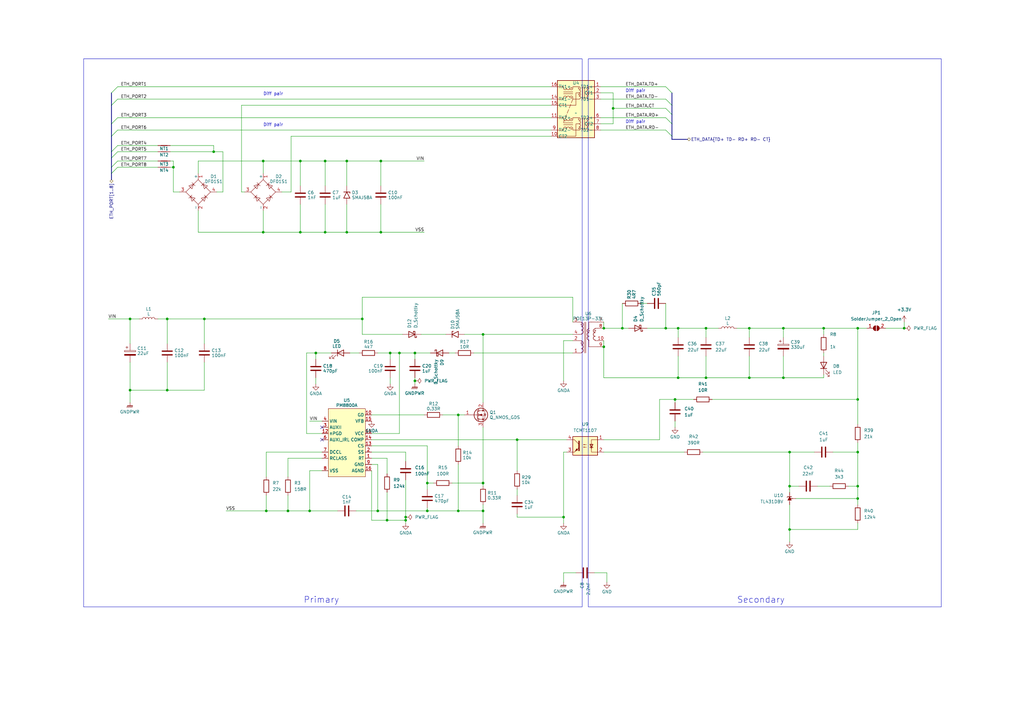
<source format=kicad_sch>
(kicad_sch (version 20230121) (generator eeschema)
  (paper "A3")
  (lib_symbols
    (symbol "Device:C" (pin_numbers hide) (pin_names (offset 0.254))
      (property "Reference" "C" (at 0.635 2.54 0))
      (property "Value" "C" (at 0.635 -2.54 0))
      (symbol "C_1_1"
        (pin passive line (at 0 3.81 270) (length 2.794) (name "~") (number "1"))
        (pin passive line (at 0 -3.81 90) (length 2.794) (name "~") (number "2"))
      )
    )
    (symbol "Device:C_Polarized" (pin_numbers hide) (pin_names (offset 0.254))
      (property "Reference" "C" (at 0.635 2.54 0))
      (property "Value" "C_Polarized" (at 0.635 -2.54 0))
      (symbol "C_Polarized_1_1"
        (pin passive line (at 0 3.81 270) (length 2.794) (name "~") (number "1"))
        (pin passive line (at 0 -3.81 90) (length 2.794) (name "~") (number "2"))
      )
    )
    (symbol "Device:D_Schottky" (pin_numbers hide) (pin_names (offset 1.016) hide)
      (property "Reference" "D" (at 0 2.54 0))
      (property "Value" "D_Schottky" (at 0 -2.54 0))
      (symbol "D_Schottky_1_1"
        (pin passive line (at -3.81 0 0) (length 2.54) (name "K") (number "1"))
        (pin passive line (at 3.81 0 180) (length 2.54) (name "A") (number "2"))
      )
    )
    (symbol "Device:L" (pin_numbers hide) (pin_names (offset 1.016) hide)
      (property "Reference" "L" (at -1.27 0 90))
      (property "Value" "L" (at 1.905 0 90))
      (symbol "L_1_1"
        (pin passive line (at 0 3.81 270) (length 1.27) (name "1") (number "1"))
        (pin passive line (at 0 -3.81 90) (length 1.27) (name "2") (number "2"))
      )
    )
    (symbol "Device:LED" (pin_numbers hide) (pin_names (offset 1.016) hide)
      (property "Reference" "D" (at 0 2.54 0))
      (property "Value" "LED" (at 0 -2.54 0))
      (symbol "LED_1_1"
        (pin passive line (at -3.81 0 0) (length 2.54) (name "K") (number "1"))
        (pin passive line (at 3.81 0 180) (length 2.54) (name "A") (number "2"))
      )
    )
    (symbol "Device:NetTie_2" (pin_numbers hide) (pin_names (offset 0) hide) (in_bom no)
      (property "Reference" "NT" (at 0 1.27 0))
      (property "Value" "NetTie_2" (at 0 -1.27 0))
      (symbol "NetTie_2_1_1"
        (pin passive line (at -2.54 0 0) (length 2.54) (name "1") (number "1"))
        (pin passive line (at 2.54 0 180) (length 2.54) (name "2") (number "2"))
      )
    )
    (symbol "Device:Q_NMOS_GDS" (pin_names (offset 0) hide)
      (property "Reference" "Q" (at 5.08 1.27 0))
      (property "Value" "Q_NMOS_GDS" (at 5.08 -1.27 0))
      (symbol "Q_NMOS_GDS_1_1"
        (pin input line (at -5.08 0 0) (length 2.54) (name "G") (number "1"))
        (pin passive line (at 2.54 5.08 270) (length 2.54) (name "D") (number "2"))
        (pin passive line (at 2.54 -5.08 90) (length 2.54) (name "S") (number "3"))
      )
    )
    (symbol "Device:R" (pin_numbers hide) (pin_names (offset 0))
      (property "Reference" "R" (at 2.032 0 90))
      (property "Value" "R" (at 0 0 90))
      (symbol "R_1_1"
        (pin passive line (at 0 3.81 270) (length 1.27) (name "~") (number "1"))
        (pin passive line (at 0 -3.81 90) (length 1.27) (name "~") (number "2"))
      )
    )
    (symbol "Diode:SMAJ58A" (pin_numbers hide) (pin_names (offset 1.016) hide)
      (property "Reference" "D" (at 0 2.54 0))
      (property "Value" "SMAJ58A" (at 0 -2.54 0))
      (symbol "SMAJ58A_1_1"
        (pin passive line (at -3.81 0 0) (length 2.54) (name "A1") (number "1"))
        (pin passive line (at 3.81 0 180) (length 2.54) (name "A2") (number "2"))
      )
    )
    (symbol "Diode_Bridge:DF01S1" (pin_names (offset 0))
      (property "Reference" "D" (at 2.54 6.985 0))
      (property "Value" "DF01S1" (at 2.54 5.08 0))
      (symbol "DF01S1_1_1"
        (pin passive line (at 7.62 0 180) (length 2.54) (name "+") (number "1"))
        (pin passive line (at -7.62 0 0) (length 2.54) (name "-") (number "2"))
        (pin passive line (at 0 -7.62 90) (length 2.54) (name "~") (number "3"))
        (pin passive line (at 0 7.62 270) (length 2.54) (name "~") (number "4"))
      )
    )
    (symbol "Isolator:TCMT1107" (pin_names (offset 1.016))
      (property "Reference" "U" (at 0 5.08 0))
      (property "Value" "TCMT1107" (at 0 -5.08 0))
      (symbol "TCMT1107_1_1"
        (pin passive line (at -7.62 2.54 0) (length 2.54) (name "~") (number "1"))
        (pin passive line (at -7.62 -2.54 0) (length 2.54) (name "~") (number "2"))
        (pin passive line (at 7.62 -2.54 180) (length 2.54) (name "~") (number "3"))
        (pin passive line (at 7.62 2.54 180) (length 2.54) (name "~") (number "4"))
      )
    )
    (symbol "Jumper:SolderJumper_2_Open" (pin_names (offset 0) hide)
      (property "Reference" "JP" (at 0 2.032 0))
      (property "Value" "SolderJumper_2_Open" (at 0 -2.54 0))
      (symbol "SolderJumper_2_Open_1_1"
        (pin passive line (at -3.81 0 0) (length 2.54) (name "A") (number "1"))
        (pin passive line (at 3.81 0 180) (length 2.54) (name "B") (number "2"))
      )
    )
    (symbol "New_Library:PM8800A"
      (property "Reference" "U5" (at 0 13.613 0))
      (property "Value" "PM8800A" (at 0 11.565 0))
      (symbol "PM8800A_1_1"
        (pin passive line (at 10.16 -10.16 180) (length 2.54) (name "RT") (number "1"))
        (pin passive line (at 10.16 7.62 180) (length 2.54) (name "GD") (number "10"))
        (pin passive line (at 10.16 0 180) (length 2.54) (name "VCC") (number "11"))
        (pin passive line (at -10.16 0 0) (length 2.54) (name "nPGD") (number "12"))
        (pin passive line (at 10.16 -5.08 180) (length 2.54) (name "CS") (number "13"))
        (pin passive line (at 10.16 -2.54 180) (length 2.54) (name "COMP") (number "14"))
        (pin passive line (at 10.16 5.08 180) (length 2.54) (name "VFB") (number "15"))
        (pin passive line (at 10.16 -15.24 180) (length 2.54) (name "AGND") (number "16"))
        (pin passive line (at 10.16 -7.62 180) (length 2.54) (name "SS") (number "2"))
        (pin passive line (at -10.16 2.54 0) (length 2.54) (name "AUXII") (number "3"))
        (pin passive line (at -10.16 5.08 0) (length 2.54) (name "VIN") (number "4"))
        (pin passive line (at -10.16 -10.16 0) (length 2.54) (name "RCLASS") (number "5"))
        (pin passive line (at -10.16 -2.54 0) (length 2.54) (name "AUXI_IRL") (number "6"))
        (pin passive line (at -10.16 -7.62 0) (length 2.54) (name "DCCL") (number "7"))
        (pin passive line (at -10.16 -15.24 0) (length 2.54) (name "VSS") (number "8"))
        (pin passive line (at 10.16 -12.7 180) (length 2.54) (name "GND") (number "9"))
      )
    )
    (symbol "New_Library:POE13P-33L"
      (property "Reference" "U6" (at 1.27 8.533 0))
      (property "Value" "POE13P-33L" (at 1.27 6.485 0))
      (symbol "POE13P-33L_1_1"
        (pin passive line (at -5.08 -7.62 0) (length 2.54) (name "~") (number "1"))
        (pin passive line (at 7.62 -2.54 180) (length 2.54) (name "~") (number "10"))
        (pin passive line (at -5.08 -2.54 0) (length 2.54) (name "~") (number "2"))
        (pin passive line (at -5.08 5.08 0) (length 2.54) (name "~") (number "3"))
        (pin passive line (at -5.08 0 0) (length 2.54) (name "~") (number "4"))
        (pin passive line (at 7.62 5.08 180) (length 2.54) (name "~") (number "7"))
        (pin passive line (at 7.62 2.54 180) (length 2.54) (name "~") (number "8"))
        (pin passive line (at 7.62 -5.08 180) (length 2.54) (name "~") (number "9"))
      )
    )
    (symbol "New_Library:SM13126PEL"
      (property "Reference" "U" (at 0 -0.635 0))
      (symbol "SM13126PEL_1_1"
        (pin passive line (at -10.16 10.16 0) (length 2.54) (name "TD1+") (number "1"))
        (pin passive line (at 10.16 -10.16 180) (length 2.54) (name "CT2") (number "10"))
        (pin passive line (at 10.16 -2.54 180) (length 2.54) (name "TX2+") (number "11"))
        (pin passive line (at 10.16 5.08 180) (length 2.54) (name "TX1-") (number "14"))
        (pin passive line (at 10.16 2.54 180) (length 2.54) (name "CT1") (number "15"))
        (pin passive line (at 10.16 10.16 180) (length 2.54) (name "TX1+") (number "16"))
        (pin passive line (at -10.16 7.62 0) (length 2.54) (name "CT1") (number "2"))
        (pin passive line (at -10.16 5.08 0) (length 2.54) (name "TD1-") (number "3"))
        (pin passive line (at -10.16 -2.54 0) (length 2.54) (name "TD2+") (number "6"))
        (pin passive line (at -10.16 -5.08 0) (length 2.54) (name "CT2") (number "7"))
        (pin passive line (at -10.16 -7.62 0) (length 2.54) (name "TD2-") (number "8"))
        (pin passive line (at 10.16 -7.62 180) (length 2.54) (name "TX2-") (number "9"))
      )
    )
    (symbol "Reference_Voltage:TL431DBV" (pin_numbers hide) (pin_names hide)
      (property "Reference" "U" (at 0 -2.54 0))
      (property "Value" "TL431DBV" (at 0 -4.445 0))
      (symbol "TL431DBV_1_1"
        (pin passive line (at 2.54 0 180) (length 1.27) (name "K") (number "3"))
        (pin passive line (at 0 2.54 270) (length 2.54) (name "REF") (number "4"))
        (pin passive line (at -2.54 0 0) (length 1.27) (name "A") (number "5"))
      )
    )
    (symbol "power:+3.3V" (power) (pin_names (offset 0))
      (property "Value" "+3.3V" (at 0 3.556 0))
      (symbol "+3.3V_1_1"
        (pin power_in line (at 0 0 90) (length 0) hide (name "+3.3V") (number "1"))
      )
    )
    (symbol "power:GND" (power) (pin_names (offset 0))
      (property "Value" "GND" (at 0 -3.81 0))
      (symbol "GND_1_1"
        (pin power_in line (at 0 0 270) (length 0) hide (name "GND") (number "1"))
      )
    )
    (symbol "power:GNDA" (power) (pin_names (offset 0))
      (property "Value" "GNDA" (at 0 -3.81 0))
      (symbol "GNDA_1_1"
        (pin power_in line (at 0 0 270) (length 0) hide (name "GNDA") (number "1"))
      )
    )
    (symbol "power:GNDPWR" (power) (pin_names (offset 0))
      (property "Value" "GNDPWR" (at 0 -3.302 0))
      (symbol "GNDPWR_1_1"
        (pin power_in line (at 0 0 270) (length 0) hide (name "GNDPWR") (number "1"))
      )
    )
    (symbol "power:PWR_FLAG" (power) (pin_numbers hide) (pin_names (offset 0) hide)
      (property "Value" "PWR_FLAG" (at 0 3.81 0))
      (symbol "PWR_FLAG_0_0"
        (pin power_out line (at 0 0 90) (length 0) (name "pwr") (number "1"))
      )
    )
  )
  (junction (at 53.34 160.02))
  (junction (at 87.63 62.23))
  (junction (at 187.96 209.55))
  (junction (at 337.82 134.62))
  (junction (at 133.35 95.25))
  (junction (at 154.94 209.55))
  (junction (at 323.85 185.42))
  (junction (at 198.12 198.12))
  (junction (at 118.11 209.55))
  (junction (at 307.34 134.62))
  (junction (at 351.79 163.83))
  (junction (at 148.59 130.81))
  (junction (at 170.18 144.78))
  (junction (at 142.24 95.25))
  (junction (at 123.19 95.25))
  (junction (at 107.95 95.25))
  (junction (at 351.79 204.47))
  (junction (at 247.65 142.24))
  (junction (at 212.09 180.34))
  (junction (at 163.83 144.78))
  (junction (at 142.24 66.04))
  (junction (at 198.12 137.16))
  (junction (at 129.54 144.78))
  (junction (at 273.05 134.62))
  (junction (at 321.31 154.94))
  (junction (at 323.85 199.39))
  (junction (at 170.18 156.21))
  (junction (at 68.58 130.81))
  (junction (at 351.79 185.42))
  (junction (at 278.13 154.94))
  (junction (at 187.96 170.18))
  (junction (at 321.31 134.62))
  (junction (at 109.22 209.55))
  (junction (at 133.35 66.04))
  (junction (at 53.34 130.81))
  (junction (at 83.82 130.81))
  (junction (at 158.75 213.36))
  (junction (at 156.21 95.25))
  (junction (at 289.56 134.62))
  (junction (at 127 209.55))
  (junction (at 123.19 66.04))
  (junction (at 107.95 66.04))
  (junction (at 175.26 198.12))
  (junction (at 276.86 163.83))
  (junction (at 71.12 68.58))
  (junction (at 289.56 154.94))
  (junction (at 351.79 134.62))
  (junction (at 278.13 134.62))
  (junction (at 166.37 213.36))
  (junction (at 231.14 212.09))
  (junction (at 323.85 217.17))
  (junction (at 175.26 209.55))
  (junction (at 251.46 44.45))
  (junction (at 351.79 199.39))
  (junction (at 307.34 154.94))
  (junction (at 166.37 212.09))
  (junction (at 156.21 66.04))
  (junction (at 255.27 134.62))
  (junction (at 68.58 160.02))
  (junction (at 247.65 134.62))
  (junction (at 370.84 134.62))
  (junction (at 160.02 144.78))
  (junction (at 198.12 209.55))
  (no_connect (at 132.08 180.34))
  (no_connect (at 132.08 175.26))
  (bus_entry (at 273.05 44.45) (size 2.54 2.54))
  (bus_entry (at 273.05 53.34) (size 2.54 2.54))
  (bus_entry (at 48.26 68.58) (size -2.54 2.54))
  (bus_entry (at 273.05 48.26) (size 2.54 2.54))
  (bus_entry (at 48.26 66.04) (size -2.54 2.54))
  (bus_entry (at 48.26 40.64) (size -2.54 2.54))
  (bus_entry (at 273.05 35.56) (size 2.54 2.54))
  (bus_entry (at 48.26 35.56) (size -2.54 2.54))
  (bus_entry (at 48.26 53.34) (size -2.54 2.54))
  (bus_entry (at 273.05 40.64) (size 2.54 2.54))
  (bus_entry (at 48.26 59.69) (size -2.54 2.54))
  (bus_entry (at 48.26 62.23) (size -2.54 2.54))
  (bus_entry (at 48.26 48.26) (size -2.54 2.54))
  (wire (pts (xy 48.26 40.64) (xy 226.06 40.64)))
  (wire (pts (xy 166.37 212.09) (xy 166.37 213.36)))
  (wire (pts (xy 107.95 95.25) (xy 123.19 95.25)))
  (wire (pts (xy 190.5 137.16) (xy 198.12 137.16)))
  (wire (pts (xy 289.56 146.05) (xy 289.56 154.94)))
  (wire (pts (xy 247.65 139.7) (xy 247.65 142.24)))
  (wire (pts (xy 160.02 144.78) (xy 163.83 144.78)))
  (wire (pts (xy 156.21 95.25) (xy 173.99 95.25)))
  (wire (pts (xy 48.26 53.34) (xy 226.06 53.34)))
  (wire (pts (xy 132.08 187.96) (xy 118.11 187.96)))
  (wire (pts (xy 307.34 134.62) (xy 302.26 134.62)))
  (wire (pts (xy 158.75 201.93) (xy 158.75 213.36)))
  (wire (pts (xy 198.12 137.16) (xy 198.12 165.1)))
  (wire (pts (xy 270.51 180.34) (xy 270.51 163.83)))
  (wire (pts (xy 370.84 132.08) (xy 370.84 134.62)))
  (wire (pts (xy 152.4 213.36) (xy 158.75 213.36)))
  (wire (pts (xy 255.27 134.62) (xy 257.81 134.62)))
  (wire (pts (xy 48.26 62.23) (xy 64.77 62.23)))
  (wire (pts (xy 148.59 137.16) (xy 148.59 130.81)))
  (wire (pts (xy 231.14 156.21) (xy 231.14 139.7)))
  (wire (pts (xy 119.38 55.88) (xy 119.38 78.74)))
  (wire (pts (xy 212.09 180.34) (xy 212.09 193.04)))
  (wire (pts (xy 147.32 144.78) (xy 143.51 144.78)))
  (wire (pts (xy 351.79 185.42) (xy 351.79 199.39)))
  (wire (pts (xy 81.28 86.36) (xy 81.28 95.25)))
  (wire (pts (xy 255.27 124.46) (xy 255.27 134.62)))
  (wire (pts (xy 152.4 170.18) (xy 173.99 170.18)))
  (wire (pts (xy 187.96 190.5) (xy 187.96 209.55)))
  (wire (pts (xy 276.86 175.26) (xy 276.86 172.72)))
  (wire (pts (xy 234.95 121.92) (xy 234.95 132.08)))
  (wire (pts (xy 91.44 62.23) (xy 91.44 78.74)))
  (wire (pts (xy 53.34 140.97) (xy 53.34 130.81)))
  (wire (pts (xy 323.85 185.42) (xy 334.01 185.42)))
  (wire (pts (xy 166.37 213.36) (xy 166.37 214.63)))
  (wire (pts (xy 212.09 210.82) (xy 212.09 212.09)))
  (wire (pts (xy 175.26 198.12) (xy 175.26 182.88)))
  (wire (pts (xy 64.77 130.81) (xy 68.58 130.81)))
  (wire (pts (xy 351.79 214.63) (xy 351.79 217.17)))
  (wire (pts (xy 83.82 148.59) (xy 83.82 160.02)))
  (wire (pts (xy 273.05 124.46) (xy 273.05 134.62)))
  (wire (pts (xy 234.95 144.78) (xy 194.31 144.78)))
  (wire (pts (xy 118.11 187.96) (xy 118.11 195.58)))
  (bus (pts (xy 45.72 73.66) (xy 45.72 71.12)))
  (bus (pts (xy 275.59 50.8) (xy 275.59 55.88)))
  (wire (pts (xy 123.19 83.82) (xy 123.19 95.25)))
  (wire (pts (xy 166.37 185.42) (xy 166.37 189.23)))
  (wire (pts (xy 323.85 185.42) (xy 323.85 199.39)))
  (wire (pts (xy 187.96 170.18) (xy 181.61 170.18)))
  (wire (pts (xy 132.08 185.42) (xy 109.22 185.42)))
  (wire (pts (xy 142.24 66.04) (xy 142.24 76.2)))
  (bus (pts (xy 275.59 57.15) (xy 281.94 57.15)))
  (wire (pts (xy 278.13 154.94) (xy 289.56 154.94)))
  (wire (pts (xy 48.26 68.58) (xy 64.77 68.58)))
  (wire (pts (xy 158.75 187.96) (xy 158.75 194.31)))
  (wire (pts (xy 68.58 130.81) (xy 83.82 130.81)))
  (wire (pts (xy 246.38 53.34) (xy 273.05 53.34)))
  (wire (pts (xy 71.12 68.58) (xy 71.12 66.04)))
  (wire (pts (xy 347.98 199.39) (xy 351.79 199.39)))
  (wire (pts (xy 246.38 40.64) (xy 273.05 40.64)))
  (wire (pts (xy 337.82 134.62) (xy 337.82 137.16)))
  (wire (pts (xy 127 172.72) (xy 132.08 172.72)))
  (wire (pts (xy 133.35 83.82) (xy 133.35 95.25)))
  (bus (pts (xy 275.59 46.99) (xy 275.59 50.8)))
  (wire (pts (xy 198.12 214.63) (xy 198.12 209.55)))
  (wire (pts (xy 175.26 182.88) (xy 152.4 182.88)))
  (wire (pts (xy 251.46 44.45) (xy 273.05 44.45)))
  (wire (pts (xy 246.38 48.26) (xy 273.05 48.26)))
  (wire (pts (xy 135.89 144.78) (xy 129.54 144.78)))
  (wire (pts (xy 337.82 134.62) (xy 351.79 134.62)))
  (wire (pts (xy 142.24 83.82) (xy 142.24 95.25)))
  (wire (pts (xy 69.85 68.58) (xy 71.12 68.58)))
  (wire (pts (xy 163.83 144.78) (xy 163.83 177.8)))
  (wire (pts (xy 198.12 207.01) (xy 198.12 209.55)))
  (wire (pts (xy 123.19 95.25) (xy 133.35 95.25)))
  (wire (pts (xy 231.14 185.42) (xy 232.41 185.42)))
  (wire (pts (xy 186.69 144.78) (xy 184.15 144.78)))
  (bus (pts (xy 275.59 43.18) (xy 275.59 46.99)))
  (wire (pts (xy 251.46 44.45) (xy 251.46 50.8)))
  (wire (pts (xy 247.65 134.62) (xy 255.27 134.62)))
  (wire (pts (xy 323.85 207.01) (xy 323.85 217.17)))
  (wire (pts (xy 152.4 185.42) (xy 166.37 185.42)))
  (wire (pts (xy 247.65 132.08) (xy 247.65 134.62)))
  (wire (pts (xy 231.14 234.95) (xy 236.22 234.95)))
  (wire (pts (xy 335.28 199.39) (xy 340.36 199.39)))
  (wire (pts (xy 129.54 144.78) (xy 129.54 147.32)))
  (wire (pts (xy 152.4 190.5) (xy 154.94 190.5)))
  (wire (pts (xy 83.82 130.81) (xy 148.59 130.81)))
  (wire (pts (xy 107.95 86.36) (xy 107.95 95.25)))
  (wire (pts (xy 152.4 187.96) (xy 158.75 187.96)))
  (wire (pts (xy 321.31 134.62) (xy 307.34 134.62)))
  (wire (pts (xy 326.39 204.47) (xy 351.79 204.47)))
  (wire (pts (xy 248.92 234.95) (xy 243.84 234.95)))
  (wire (pts (xy 133.35 66.04) (xy 133.35 76.2)))
  (wire (pts (xy 71.12 78.74) (xy 73.66 78.74)))
  (wire (pts (xy 175.26 209.55) (xy 187.96 209.55)))
  (wire (pts (xy 212.09 180.34) (xy 232.41 180.34)))
  (bus (pts (xy 45.72 43.18) (xy 45.72 50.8)))
  (wire (pts (xy 231.14 212.09) (xy 231.14 214.63)))
  (wire (pts (xy 172.72 137.16) (xy 182.88 137.16)))
  (wire (pts (xy 154.94 190.5) (xy 154.94 209.55)))
  (wire (pts (xy 247.65 142.24) (xy 247.65 154.94)))
  (wire (pts (xy 234.95 137.16) (xy 198.12 137.16)))
  (wire (pts (xy 231.14 185.42) (xy 231.14 212.09)))
  (wire (pts (xy 321.31 134.62) (xy 321.31 138.43)))
  (wire (pts (xy 170.18 154.94) (xy 170.18 156.21)))
  (wire (pts (xy 156.21 83.82) (xy 156.21 95.25)))
  (bus (pts (xy 275.59 38.1) (xy 275.59 43.18)))
  (wire (pts (xy 163.83 144.78) (xy 170.18 144.78)))
  (wire (pts (xy 69.85 59.69) (xy 87.63 59.69)))
  (bus (pts (xy 45.72 68.58) (xy 45.72 71.12)))
  (wire (pts (xy 152.4 180.34) (xy 212.09 180.34)))
  (bus (pts (xy 275.59 55.88) (xy 275.59 57.15)))
  (wire (pts (xy 289.56 134.62) (xy 278.13 134.62)))
  (wire (pts (xy 142.24 66.04) (xy 156.21 66.04)))
  (wire (pts (xy 231.14 139.7) (xy 234.95 139.7)))
  (wire (pts (xy 69.85 66.04) (xy 71.12 66.04)))
  (wire (pts (xy 148.59 121.92) (xy 234.95 121.92)))
  (wire (pts (xy 160.02 157.48) (xy 160.02 154.94)))
  (wire (pts (xy 100.33 78.74) (xy 99.06 78.74)))
  (wire (pts (xy 83.82 130.81) (xy 83.82 140.97)))
  (bus (pts (xy 45.72 64.77) (xy 45.72 62.23)))
  (wire (pts (xy 289.56 134.62) (xy 289.56 138.43)))
  (wire (pts (xy 160.02 144.78) (xy 160.02 147.32)))
  (wire (pts (xy 152.4 193.04) (xy 152.4 213.36)))
  (wire (pts (xy 99.06 43.18) (xy 226.06 43.18)))
  (wire (pts (xy 307.34 154.94) (xy 289.56 154.94)))
  (wire (pts (xy 48.26 48.26) (xy 226.06 48.26)))
  (wire (pts (xy 107.95 66.04) (xy 107.95 71.12)))
  (wire (pts (xy 321.31 134.62) (xy 337.82 134.62)))
  (wire (pts (xy 351.79 134.62) (xy 355.6 134.62)))
  (wire (pts (xy 212.09 200.66) (xy 212.09 203.2)))
  (wire (pts (xy 132.08 193.04) (xy 127 193.04)))
  (wire (pts (xy 68.58 148.59) (xy 68.58 160.02)))
  (wire (pts (xy 99.06 78.74) (xy 99.06 43.18)))
  (wire (pts (xy 351.79 204.47) (xy 351.79 207.01)))
  (wire (pts (xy 247.65 185.42) (xy 280.67 185.42)))
  (wire (pts (xy 341.63 185.42) (xy 351.79 185.42)))
  (wire (pts (xy 321.31 146.05) (xy 321.31 154.94)))
  (wire (pts (xy 248.92 234.95) (xy 248.92 238.76)))
  (wire (pts (xy 363.22 134.62) (xy 370.84 134.62)))
  (wire (pts (xy 289.56 134.62) (xy 294.64 134.62)))
  (wire (pts (xy 262.89 124.46) (xy 265.43 124.46)))
  (wire (pts (xy 133.35 66.04) (xy 142.24 66.04)))
  (bus (pts (xy 45.72 55.88) (xy 45.72 50.8)))
  (wire (pts (xy 127 209.55) (xy 138.43 209.55)))
  (wire (pts (xy 127 193.04) (xy 127 209.55)))
  (wire (pts (xy 53.34 160.02) (xy 53.34 165.1)))
  (wire (pts (xy 307.34 134.62) (xy 307.34 138.43)))
  (wire (pts (xy 48.26 66.04) (xy 64.77 66.04)))
  (wire (pts (xy 175.26 208.28) (xy 175.26 209.55)))
  (wire (pts (xy 69.85 62.23) (xy 87.63 62.23)))
  (wire (pts (xy 53.34 130.81) (xy 57.15 130.81)))
  (wire (pts (xy 270.51 163.83) (xy 276.86 163.83)))
  (wire (pts (xy 177.8 198.12) (xy 175.26 198.12)))
  (wire (pts (xy 53.34 160.02) (xy 68.58 160.02)))
  (wire (pts (xy 81.28 66.04) (xy 107.95 66.04)))
  (wire (pts (xy 44.45 130.81) (xy 53.34 130.81)))
  (wire (pts (xy 185.42 198.12) (xy 198.12 198.12)))
  (wire (pts (xy 337.82 146.05) (xy 337.82 144.78)))
  (wire (pts (xy 351.79 181.61) (xy 351.79 185.42)))
  (wire (pts (xy 278.13 134.62) (xy 278.13 138.43)))
  (wire (pts (xy 307.34 146.05) (xy 307.34 154.94)))
  (wire (pts (xy 292.1 163.83) (xy 351.79 163.83)))
  (wire (pts (xy 247.65 154.94) (xy 278.13 154.94)))
  (wire (pts (xy 68.58 130.81) (xy 68.58 140.97)))
  (wire (pts (xy 251.46 38.1) (xy 251.46 44.45)))
  (wire (pts (xy 152.4 177.8) (xy 163.83 177.8)))
  (wire (pts (xy 198.12 198.12) (xy 198.12 199.39)))
  (wire (pts (xy 87.63 62.23) (xy 87.63 59.69)))
  (wire (pts (xy 154.94 209.55) (xy 175.26 209.55)))
  (wire (pts (xy 125.73 144.78) (xy 129.54 144.78)))
  (wire (pts (xy 170.18 144.78) (xy 170.18 147.32)))
  (wire (pts (xy 246.38 38.1) (xy 251.46 38.1)))
  (wire (pts (xy 81.28 95.25) (xy 107.95 95.25)))
  (wire (pts (xy 156.21 66.04) (xy 173.99 66.04)))
  (wire (pts (xy 323.85 217.17) (xy 351.79 217.17)))
  (wire (pts (xy 109.22 185.42) (xy 109.22 195.58)))
  (wire (pts (xy 123.19 66.04) (xy 133.35 66.04)))
  (wire (pts (xy 190.5 170.18) (xy 187.96 170.18)))
  (wire (pts (xy 231.14 234.95) (xy 231.14 238.76)))
  (wire (pts (xy 156.21 66.04) (xy 156.21 76.2)))
  (wire (pts (xy 337.82 153.67) (xy 337.82 154.94)))
  (wire (pts (xy 247.65 180.34) (xy 270.51 180.34)))
  (wire (pts (xy 176.53 144.78) (xy 170.18 144.78)))
  (wire (pts (xy 278.13 146.05) (xy 278.13 154.94)))
  (wire (pts (xy 276.86 165.1) (xy 276.86 163.83)))
  (wire (pts (xy 146.05 209.55) (xy 154.94 209.55)))
  (wire (pts (xy 88.9 78.74) (xy 91.44 78.74)))
  (wire (pts (xy 148.59 137.16) (xy 165.1 137.16)))
  (wire (pts (xy 48.26 59.69) (xy 64.77 59.69)))
  (wire (pts (xy 288.29 185.42) (xy 323.85 185.42)))
  (wire (pts (xy 278.13 134.62) (xy 273.05 134.62)))
  (wire (pts (xy 198.12 175.26) (xy 198.12 198.12)))
  (bus (pts (xy 45.72 62.23) (xy 45.72 55.88)))
  (wire (pts (xy 323.85 217.17) (xy 323.85 222.25)))
  (wire (pts (xy 251.46 50.8) (xy 246.38 50.8)))
  (wire (pts (xy 92.71 209.55) (xy 109.22 209.55)))
  (wire (pts (xy 53.34 148.59) (xy 53.34 160.02)))
  (wire (pts (xy 351.79 163.83) (xy 351.79 173.99)))
  (wire (pts (xy 125.73 144.78) (xy 125.73 177.8)))
  (wire (pts (xy 187.96 209.55) (xy 198.12 209.55)))
  (wire (pts (xy 321.31 154.94) (xy 307.34 154.94)))
  (wire (pts (xy 109.22 209.55) (xy 118.11 209.55)))
  (wire (pts (xy 81.28 71.12) (xy 81.28 66.04)))
  (wire (pts (xy 133.35 95.25) (xy 142.24 95.25)))
  (wire (pts (xy 148.59 121.92) (xy 148.59 130.81)))
  (wire (pts (xy 351.79 199.39) (xy 351.79 204.47)))
  (wire (pts (xy 166.37 196.85) (xy 166.37 212.09)))
  (wire (pts (xy 129.54 154.94) (xy 129.54 157.48)))
  (wire (pts (xy 91.44 62.23) (xy 87.63 62.23)))
  (wire (pts (xy 323.85 199.39) (xy 323.85 201.93)))
  (wire (pts (xy 48.26 35.56) (xy 226.06 35.56)))
  (wire (pts (xy 175.26 198.12) (xy 175.26 200.66)))
  (wire (pts (xy 212.09 212.09) (xy 231.14 212.09)))
  (wire (pts (xy 142.24 95.25) (xy 156.21 95.25)))
  (wire (pts (xy 158.75 213.36) (xy 166.37 213.36)))
  (bus (pts (xy 45.72 64.77) (xy 45.72 68.58)))
  (wire (pts (xy 321.31 154.94) (xy 337.82 154.94)))
  (wire (pts (xy 123.19 66.04) (xy 123.19 76.2)))
  (wire (pts (xy 115.57 78.74) (xy 119.38 78.74)))
  (wire (pts (xy 154.94 144.78) (xy 160.02 144.78)))
  (wire (pts (xy 170.18 156.21) (xy 170.18 157.48)))
  (wire (pts (xy 118.11 209.55) (xy 127 209.55)))
  (wire (pts (xy 187.96 170.18) (xy 187.96 182.88)))
  (wire (pts (xy 125.73 177.8) (xy 132.08 177.8)))
  (wire (pts (xy 68.58 160.02) (xy 83.82 160.02)))
  (wire (pts (xy 109.22 203.2) (xy 109.22 209.55)))
  (wire (pts (xy 351.79 134.62) (xy 351.79 163.83)))
  (wire (pts (xy 246.38 35.56) (xy 273.05 35.56)))
  (wire (pts (xy 323.85 199.39) (xy 327.66 199.39)))
  (wire (pts (xy 118.11 203.2) (xy 118.11 209.55)))
  (wire (pts (xy 265.43 134.62) (xy 273.05 134.62)))
  (wire (pts (xy 107.95 66.04) (xy 123.19 66.04)))
  (wire (pts (xy 119.38 55.88) (xy 226.06 55.88)))
  (bus (pts (xy 45.72 38.1) (xy 45.72 43.18)))
  (wire (pts (xy 71.12 68.58) (xy 71.12 78.74)))
  (wire (pts (xy 276.86 163.83) (xy 284.48 163.83)))
  (rectangle (start 34.29 24.13) (end 238.76 248.92))
  (rectangle (start 241.3 24.13) (end 386.08 248.92))
  (text "Diff pair" (at 256.54 50.8 0) (effects (font (size 1.27 1.27)) (justify left bottom)))
  (text "Diff pair" (at 107.95 39.37 0) (effects (font (size 1.27 1.27)) (justify left bottom)))
  (text "Diff pair" (at 256.54 38.1 0) (effects (font (size 1.27 1.27)) (justify left bottom)))
  (text "Diff pair" (at 107.95 52.07 0) (effects (font (size 1.27 1.27)) (justify left bottom)))
  (text "Secondary" (at 302.26 247.65 0) (effects (font (size 2.54 2.54)) (justify left bottom)))
  (text "Primary" (at 124.46 247.65 0) (effects (font (size 2.54 2.54)) (justify left bottom)))
  (label "ETH_PORT4" (at 49.53 59.69 0))
  (label "ETH_PORT2" (at 49.53 40.64 0))
  (label "ETH_DATA.TD-" (at 256.54 40.64 0))
  (label "ETH_DATA.RD-" (at 256.54 53.34 0))
  (label "ETH_DATA.RD+" (at 256.54 48.26 0))
  (label "ETH_PORT3" (at 49.53 48.26 0))
  (label "ETH_PORT8" (at 49.53 68.58 0))
  (label "ETH_PORT7" (at 49.53 66.04 0))
  (label "ETH_PORT5" (at 49.53 62.23 0))
  (label "ETH_PORT6" (at 49.53 53.34 0))
  (label "ETH_DATA.TD+" (at 256.54 35.56 0))
  (label "ETH_PORT1" (at 49.53 35.56 0))
  (label "VIN" (at 127 172.72 0))
  (label "ETH_DATA.CT" (at 256.54 44.45 0))
  (label "VSS" (at 173.99 95.25 180))
  (label "VSS" (at 92.71 209.55 0))
  (label "VIN" (at 44.45 130.81 0))
  (label "VIN" (at 173.99 66.04 180))
  (hierarchical_label "ETH_PORT[1..8]" (shape bidirectional) (at 45.72 73.66 270))
  (hierarchical_label "ETH_DATA{TD+ TD- RD+ RD- CT}" (shape bidirectional) (at 281.94 57.15 0))
  (symbol (lib_id "power:GND") (at 323.85 222.25 0) (unit 1)
    (property "Reference" "#PWR042" (effects hide))
    (property "Value" "GND" (at 323.85 226.195 0))
  )
  (symbol (lib_id "Device:R") (at 158.75 198.12 180) (unit 1)
    (property "Reference" "R9" (at 161.29 196.85 0) (effects (justify right)))
    (property "Value" "124k" (at 161.29 199.39 0) (effects (justify right)))
    (property "Footprint" "Resistor_SMD:R_0603_1608Metric" (effects hide))
  )
  (symbol (lib_id "Device:R") (at 351.79 210.82 0) (unit 1)
    (property "Reference" "R40" (at 354.33 209.55 0) (effects (justify left)))
    (property "Value" "12k4" (at 354.33 212.09 0) (effects (justify left)))
    (property "Footprint" "Resistor_SMD:R_0603_1608Metric" (effects hide))
  )
  (symbol (lib_id "Device:R") (at 288.29 163.83 90) (unit 1)
    (property "Reference" "R41" (at 288.29 157.48 90))
    (property "Value" "10R" (at 288.29 160.02 90))
    (property "Footprint" "Resistor_SMD:R_0603_1608Metric" (effects hide))
  )
  (symbol (lib_id "power:GNDPWR") (at 170.18 157.48 0) (unit 1)
    (property "Reference" "#PWR015" (effects hide))
    (property "Value" "GNDPWR" (at 170.053 161.29 0))
  )
  (symbol (lib_id "Device:D_Schottky") (at 180.34 144.78 0) (unit 1)
    (property "Reference" "D9" (at 181.2925 147.32 90) (effects (justify right)))
    (property "Value" "D_Schottky" (at 178.7525 147.32 90) (effects (justify right)))
    (property "Footprint" "Diode_SMD:D_1206_3216Metric" (effects hide))
  )
  (symbol (lib_id "Device:C") (at 160.02 151.13 0) (mirror y) (unit 1)
    (property "Reference" "C19" (at 157.099 150.106 0) (effects (justify left)))
    (property "Value" "100nF" (at 157.099 152.154 0) (effects (justify left)))
    (property "Footprint" "Capacitor_SMD:C_0603_1608Metric" (effects hide))
  )
  (symbol (lib_id "power:GND") (at 276.86 175.26 0) (unit 1)
    (property "Reference" "#PWR043" (effects hide))
    (property "Value" "GND" (at 276.86 179.205 0))
  )
  (symbol (lib_id "power:GND") (at 248.92 238.76 0) (unit 1)
    (property "Reference" "#PWR046" (effects hide))
    (property "Value" "GND" (at 248.92 242.705 0))
  )
  (symbol (lib_id "Device:R") (at 187.96 186.69 180) (unit 1)
    (property "Reference" "R14" (at 189.738 185.666 0) (effects (justify right)))
    (property "Value" "10k" (at 189.738 187.714 0) (effects (justify right)))
    (property "Footprint" "Resistor_SMD:R_0603_1608Metric" (effects hide))
  )
  (symbol (lib_id "Diode:SMAJ58A") (at 142.24 80.01 270) (unit 1)
    (property "Reference" "D3" (at 144.272 78.986 90) (effects (justify left)))
    (property "Value" "SMAJ58A" (at 144.272 81.034 90) (effects (justify left)))
    (property "Footprint" "Diode_SMD:D_SMA" (effects hide))
    (property "Datasheet" "https://www.littelfuse.com/media?resourcetype=datasheets&itemid=75e32973-b177-4ee3-a0ff-cedaf1abdb93&filename=smaj-datasheet" (effects hide))
  )
  (symbol (lib_id "Device:R") (at 212.09 196.85 180) (unit 1)
    (property "Reference" "R29" (at 213.868 195.826 0) (effects (justify right)))
    (property "Value" "10k" (at 213.868 197.874 0) (effects (justify right)))
    (property "Footprint" "Resistor_SMD:R_0603_1608Metric" (effects hide))
  )
  (symbol (lib_id "Device:C") (at 276.86 168.91 180) (unit 1)
    (property "Reference" "C40" (at 280.67 167.64 0) (effects (justify right)))
    (property "Value" "1uF" (at 280.67 170.18 0) (effects (justify right)))
    (property "Footprint" "Capacitor_SMD:C_0603_1608Metric" (effects hide))
  )
  (symbol (lib_id "Device:LED") (at 337.82 149.86 90) (unit 1)
    (property "Reference" "D8" (at 341.63 150.1775 90) (effects (justify right)))
    (property "Value" "LED" (at 341.63 152.7175 90) (effects (justify right)))
    (property "Footprint" "LED_THT:LED_D3.0mm" (effects hide))
  )
  (symbol (lib_id "Device:C_Polarized") (at 321.31 142.24 0) (unit 1)
    (property "Reference" "C39" (at 324.231 140.327 0) (effects (justify left)))
    (property "Value" "330uF" (at 324.231 142.375 0) (effects (justify left)))
    (property "Footprint" "Capacitor_SMD:CP_Elec_5x3" (effects hide))
  )
  (symbol (lib_id "power:PWR_FLAG") (at 166.37 212.09 270) (unit 1)
    (property "Reference" "#FLG02" (effects hide))
    (property "Value" "PWR_FLAG" (at 170.18 212.09 90) (effects (justify left)))
  )
  (symbol (lib_id "Device:L") (at 60.96 130.81 90) (unit 1)
    (property "Reference" "L1" (at 60.96 126.7247 90))
    (property "Value" "L" (at 60.96 128.7727 90))
    (property "Footprint" "Inductor_SMD:L_1206_3216Metric" (effects hide))
  )
  (symbol (lib_id "Isolator:TCMT1107") (at 240.03 182.88 0) (mirror y) (unit 1)
    (property "Reference" "U9" (at 240.03 173.99 0))
    (property "Value" "TCMT1107" (at 240.03 176.53 0))
    (property "Footprint" "Package_SO:SOP-4_4.4x2.6mm_P1.27mm" (effects hide))
    (property "Datasheet" "http://www.vishay.com/docs/83510/tcmt1100.pdf" (effects hide))
  )
  (symbol (lib_id "Device:C") (at 133.35 80.01 0) (unit 1)
    (property "Reference" "C7" (at 136.271 78.986 0) (effects (justify left)))
    (property "Value" "1uF" (at 136.271 81.034 0) (effects (justify left)))
    (property "Footprint" "Capacitor_SMD:C_0603_1608Metric" (effects hide))
  )
  (symbol (lib_id "Device:R") (at 181.61 198.12 270) (unit 1)
    (property "Reference" "R15" (at 181.61 191.77 90))
    (property "Value" "100R" (at 181.61 194.31 90))
    (property "Footprint" "Resistor_SMD:R_0603_1608Metric" (effects hide))
  )
  (symbol (lib_id "Device:Q_NMOS_GDS") (at 195.58 170.18 0) (unit 1)
    (property "Reference" "Q1" (at 200.787 169.156 0) (effects (justify left)))
    (property "Value" "Q_NMOS_GDS" (at 200.787 171.204 0) (effects (justify left)))
    (property "Footprint" "Package_TO_SOT_SMD:TO-252-2" (effects hide))
  )
  (symbol (lib_id "Device:C") (at 269.24 124.46 90) (unit 1)
    (property "Reference" "C35" (at 268.216 121.539 0) (effects (justify left)))
    (property "Value" "560pF" (at 270.264 121.539 0) (effects (justify left)))
    (property "Footprint" "Capacitor_SMD:C_0603_1608Metric" (effects hide))
  )
  (symbol (lib_id "Device:C") (at 331.47 199.39 270) (unit 1)
    (property "Reference" "C42" (at 331.47 191.77 90))
    (property "Value" "22nF" (at 331.47 194.31 90))
    (property "Footprint" "Capacitor_SMD:C_0603_1608Metric" (effects hide))
  )
  (symbol (lib_id "New_Library:POE13P-33L") (at 240.03 137.16 0) (unit 1)
    (property "Reference" "U6" (at 241.3 128.627 0))
    (property "Value" "POE13P-33L" (at 241.3 130.675 0))
    (property "Footprint" "Library:SM13117EL" (effects hide))
  )
  (symbol (lib_id "Jumper:SolderJumper_2_Open") (at 359.41 134.62 0) (unit 1)
    (property "Reference" "JP1" (at 359.41 128.27 0))
    (property "Value" "SolderJumper_2_Open" (at 359.41 130.81 0))
    (property "Footprint" "Jumper:SolderJumper-2_P1.3mm_Open_RoundedPad1.0x1.5mm" (effects hide))
  )
  (symbol (lib_id "Device:C") (at 278.13 142.24 180) (unit 1)
    (property "Reference" "C36" (at 281.94 140.97 0) (effects (justify right)))
    (property "Value" "22uF" (at 281.94 143.51 0) (effects (justify right)))
    (property "Footprint" "Capacitor_SMD:C_0603_1608Metric" (effects hide))
  )
  (symbol (lib_id "Device:R") (at 337.82 140.97 0) (unit 1)
    (property "Reference" "R8" (at 340.36 137.16 0) (effects (justify left)))
    (property "Value" "1k" (at 340.36 142.24 0) (effects (justify left)))
    (property "Footprint" "Resistor_SMD:R_0603_1608Metric" (effects hide))
  )
  (symbol (lib_id "Device:C") (at 307.34 142.24 180) (unit 1)
    (property "Reference" "C38" (at 311.15 140.97 0) (effects (justify right)))
    (property "Value" "22uF" (at 311.15 143.51 0) (effects (justify right)))
    (property "Footprint" "Capacitor_SMD:C_0603_1608Metric" (effects hide))
  )
  (symbol (lib_id "Device:R") (at 344.17 199.39 90) (unit 1)
    (property "Reference" "R44" (at 344.17 193.04 90))
    (property "Value" "3k3" (at 344.17 195.58 90))
    (property "Footprint" "Resistor_SMD:R_0603_1608Metric" (effects hide))
  )
  (symbol (lib_id "power:PWR_FLAG") (at 370.84 134.62 270) (unit 1)
    (property "Reference" "#FLG01" (effects hide))
    (property "Value" "PWR_FLAG" (at 374.65 134.62 90) (effects (justify left)))
  )
  (symbol (lib_id "Device:C") (at 166.37 193.04 0) (unit 1)
    (property "Reference" "C16" (at 170.18 191.77 0) (effects (justify left)))
    (property "Value" "100nF" (at 170.18 194.31 0) (effects (justify left)))
    (property "Footprint" "Capacitor_SMD:C_0603_1608Metric" (effects hide))
  )
  (symbol (lib_id "Device:C") (at 240.03 234.95 90) (mirror x) (unit 1)
    (property "Reference" "C8" (at 238.76 238.76 0) (effects (justify left)))
    (property "Value" "2.2nF" (at 241.3 238.76 0) (effects (justify left)))
    (property "Footprint" "Capacitor_SMD:C_0603_1608Metric" (effects hide))
  )
  (symbol (lib_id "power:GNDA") (at 166.37 214.63 0) (unit 1)
    (property "Reference" "#PWR011" (effects hide))
    (property "Value" "GNDA" (at 166.37 218.575 0))
  )
  (symbol (lib_id "Device:D_Schottky") (at 168.91 137.16 180) (unit 1)
    (property "Reference" "D12" (at 167.9575 134.62 90) (effects (justify right)))
    (property "Value" "D_Schottky" (at 170.4975 134.62 90) (effects (justify right)))
    (property "Footprint" "Diode_SMD:D_1206_3216Metric" (effects hide))
  )
  (symbol (lib_id "Device:C") (at 175.26 204.47 0) (unit 1)
    (property "Reference" "C17" (at 178.181 203.446 0) (effects (justify left)))
    (property "Value" "470pF" (at 178.181 205.494 0) (effects (justify left)))
    (property "Footprint" "Capacitor_SMD:C_0603_1608Metric" (effects hide))
  )
  (symbol (lib_id "Device:C") (at 68.58 144.78 0) (unit 1)
    (property "Reference" "C12" (at 71.501 143.756 0) (effects (justify left)))
    (property "Value" "100nF" (at 71.501 145.804 0) (effects (justify left)))
    (property "Footprint" "Capacitor_SMD:C_0603_1608Metric" (effects hide))
  )
  (symbol (lib_id "Device:R") (at 259.08 124.46 270) (unit 1)
    (property "Reference" "R30" (at 258.056 122.682 0) (effects (justify right)))
    (property "Value" "4R7" (at 260.104 122.682 0) (effects (justify right)))
    (property "Footprint" "Resistor_SMD:R_0603_1608Metric" (effects hide))
  )
  (symbol (lib_id "Device:R") (at 198.12 203.2 180) (unit 1)
    (property "Reference" "R11" (at 199.898 202.176 0) (effects (justify right)))
    (property "Value" "0.33R" (at 199.898 204.224 0) (effects (justify right)))
    (property "Footprint" "Resistor_SMD:R_1206_3216Metric" (effects hide))
  )
  (symbol (lib_id "New_Library:SM13126PEL") (at 236.22 45.72 0) (mirror y) (unit 1)
    (property "Reference" "U4" (at 236.22 34.028 0))
    (property "Value" "~" (at 236.22 46.355 0))
    (property "Footprint" "Transformer_SMD:Transformer_Ethernet_Wuerth_749013011A" (effects hide))
  )
  (symbol (lib_id "Diode:SMAJ58A") (at 186.69 137.16 0) (unit 1)
    (property "Reference" "D10" (at 185.666 135.128 90) (effects (justify left)))
    (property "Value" "SMAJ58A" (at 187.714 135.128 90) (effects (justify left)))
    (property "Footprint" "Diode_SMD:D_SMA" (effects hide))
    (property "Datasheet" "https://www.littelfuse.com/media?resourcetype=datasheets&itemid=75e32973-b177-4ee3-a0ff-cedaf1abdb93&filename=smaj-datasheet" (effects hide))
  )
  (symbol (lib_id "Device:C") (at 83.82 144.78 0) (unit 1)
    (property "Reference" "C13" (at 86.741 143.756 0) (effects (justify left)))
    (property "Value" "100nF" (at 86.741 145.804 0) (effects (justify left)))
    (property "Footprint" "Capacitor_SMD:C_0603_1608Metric" (effects hide))
  )
  (symbol (lib_id "Device:NetTie_2") (at 67.31 62.23 0) (unit 1) (in_bom no)
    (property "Reference" "NT2" (at 67.31 63.5 0))
    (property "Value" "NetTie_2" (effects hide))
    (property "Footprint" "NetTie:NetTie-2_SMD_Pad0.5mm" (effects hide))
  )
  (symbol (lib_id "Device:R") (at 190.5 144.78 90) (unit 1)
    (property "Reference" "R17" (at 190.5 140.184 90))
    (property "Value" "10R" (at 190.5 142.232 90))
    (property "Footprint" "Resistor_SMD:R_0603_1608Metric" (effects hide))
  )
  (symbol (lib_id "Diode_Bridge:DF01S1") (at 107.95 78.74 270) (mirror x) (unit 1)
    (property "Reference" "D2" (at 114.3 72.39 90))
    (property "Value" "DF01S1" (at 114.3 74.438 90))
    (property "Footprint" "Diode_SMD:Diode_Bridge_OnSemi_SDIP-4L" (effects hide))
    (property "Datasheet" "https://www.onsemi.com/pdf/datasheet/df10s1-d.pdf" (effects hide))
  )
  (symbol (lib_id "Device:NetTie_2") (at 67.31 68.58 0) (unit 1) (in_bom no)
    (property "Reference" "NT4" (at 67.31 69.85 0))
    (property "Value" "NetTie_2" (effects hide))
    (property "Footprint" "NetTie:NetTie-2_SMD_Pad0.5mm" (effects hide))
  )
  (symbol (lib_id "power:GNDA") (at 129.54 157.48 0) (unit 1)
    (property "Reference" "#PWR016" (effects hide))
    (property "Value" "GNDA" (at 129.54 161.425 0))
  )
  (symbol (lib_id "Device:C") (at 212.09 207.01 0) (unit 1)
    (property "Reference" "C34" (at 215.011 205.986 0) (effects (justify left)))
    (property "Value" "1uF" (at 215.011 208.034 0) (effects (justify left)))
    (property "Footprint" "Capacitor_SMD:C_0603_1608Metric" (effects hide))
  )
  (symbol (lib_id "power:GNDPWR") (at 198.12 214.63 0) (unit 1)
    (property "Reference" "#PWR013" (effects hide))
    (property "Value" "GNDPWR" (at 197.993 218.44 0))
  )
  (symbol (lib_id "Device:C") (at 129.54 151.13 0) (unit 1)
    (property "Reference" "C18" (at 132.461 150.106 0) (effects (justify left)))
    (property "Value" "470pF" (at 132.461 152.154 0) (effects (justify left)))
    (property "Footprint" "Capacitor_SMD:C_0603_1608Metric" (effects hide))
  )
  (symbol (lib_id "power:GNDPWR") (at 231.14 238.76 0) (unit 1)
    (property "Reference" "#PWR045" (effects hide))
    (property "Value" "GNDPWR" (at 231.013 242.57 0))
  )
  (symbol (lib_id "New_Library:PM8800A") (at 142.24 177.8 0) (unit 1)
    (property "Reference" "U5" (at 142.24 164.187 0))
    (property "Value" "PM8800A" (at 142.24 166.235 0))
    (property "Footprint" "Package_SO:HTSSOP-16-1EP_4.4x5mm_P0.65mm_EP3x3mm" (effects hide))
  )
  (symbol (lib_id "Device:R") (at 351.79 177.8 0) (unit 1)
    (property "Reference" "R39" (at 354.33 176.53 0) (effects (justify left)))
    (property "Value" "21k" (at 354.33 179.07 0) (effects (justify left)))
    (property "Footprint" "Resistor_SMD:R_0603_1608Metric" (effects hide))
  )
  (symbol (lib_id "Device:D_Schottky") (at 261.62 134.62 180) (unit 1)
    (property "Reference" "D4" (at 260.6675 132.08 90) (effects (justify right)))
    (property "Value" "D_Schottky" (at 263.2075 132.08 90) (effects (justify right)))
    (property "Footprint" "Diode_SMD:D_PowerDI-5" (effects hide))
  )
  (symbol (lib_id "Device:R") (at 284.48 185.42 90) (unit 1)
    (property "Reference" "R42" (at 284.48 179.07 90))
    (property "Value" "390R" (at 284.48 181.61 90))
    (property "Footprint" "Resistor_SMD:R_0603_1608Metric" (effects hide))
  )
  (symbol (lib_id "power:GNDA") (at 231.14 156.21 0) (unit 1)
    (property "Reference" "#PWR014" (effects hide))
    (property "Value" "GNDA" (at 231.14 160.155 0))
  )
  (symbol (lib_id "Reference_Voltage:TL431DBV") (at 323.85 204.47 270) (mirror x) (unit 1)
    (property "Reference" "U10" (at 321.31 203.2 90) (effects (justify right)))
    (property "Value" "TL431DBV" (at 321.31 205.74 90) (effects (justify right)))
    (property "Footprint" "Package_TO_SOT_SMD:SOT-23-5" (effects hide))
    (property "Datasheet" "http://www.ti.com/lit/ds/symlink/tl431.pdf" (effects hide))
  )
  (symbol (lib_id "power:GNDA") (at 152.4 172.72 0) (unit 1)
    (property "Reference" "#PWR039" (effects hide))
    (property "Value" "GNDA" (at 152.4 176.665 0))
  )
  (symbol (lib_id "Device:C_Polarized") (at 53.34 144.78 0) (unit 1)
    (property "Reference" "C11" (at 56.261 142.867 0) (effects (justify left)))
    (property "Value" "22uF" (at 56.261 144.915 0) (effects (justify left)))
    (property "Footprint" "Capacitor_SMD:CP_Elec_5x3" (effects hide))
  )
  (symbol (lib_id "Device:NetTie_2") (at 67.31 59.69 0) (unit 1) (in_bom no)
    (property "Reference" "NT1" (at 67.31 60.96 0))
    (property "Value" "NetTie_2" (effects hide))
    (property "Footprint" "NetTie:NetTie-2_SMD_Pad0.5mm" (effects hide))
  )
  (symbol (lib_id "Device:R") (at 109.22 199.39 0) (unit 1)
    (property "Reference" "R7" (at 111.76 198.12 0) (effects (justify left)))
    (property "Value" "22k" (at 111.76 200.66 0) (effects (justify left)))
    (property "Footprint" "Resistor_SMD:R_0603_1608Metric" (effects hide))
  )
  (symbol (lib_id "Device:R") (at 118.11 199.39 0) (unit 1)
    (property "Reference" "R3" (at 120.65 198.12 0) (effects (justify left)))
    (property "Value" "158R" (at 120.65 200.66 0) (effects (justify left)))
    (property "Footprint" "Resistor_SMD:R_0603_1608Metric" (effects hide))
  )
  (symbol (lib_id "Device:L") (at 298.45 134.62 90) (unit 1)
    (property "Reference" "L2" (at 298.45 130.5347 90))
    (property "Value" "L" (at 298.45 132.5827 90))
    (property "Footprint" "Inductor_SMD:L_1206_3216Metric" (effects hide))
  )
  (symbol (lib_id "Device:C") (at 289.56 142.24 180) (unit 1)
    (property "Reference" "C37" (at 293.37 140.97 0) (effects (justify right)))
    (property "Value" "22uF" (at 293.37 143.51 0) (effects (justify right)))
    (property "Footprint" "Capacitor_SMD:C_0603_1608Metric" (effects hide))
  )
  (symbol (lib_id "Device:NetTie_2") (at 67.31 66.04 0) (unit 1) (in_bom no)
    (property "Reference" "NT3" (at 67.31 67.31 0))
    (property "Value" "NetTie_2" (effects hide))
    (property "Footprint" "NetTie:NetTie-2_SMD_Pad0.5mm" (effects hide))
  )
  (symbol (lib_id "power:+3.3V") (at 370.84 132.08 0) (unit 1)
    (property "Reference" "#PWR041" (effects hide))
    (property "Value" "+3.3V" (at 370.84 127 0))
  )
  (symbol (lib_id "Device:C") (at 170.18 151.13 0) (unit 1)
    (property "Reference" "C20" (at 173.101 150.106 0) (effects (justify left)))
    (property "Value" "1uF" (at 173.101 152.154 0) (effects (justify left)))
    (property "Footprint" "Capacitor_SMD:C_0603_1608Metric" (effects hide))
  )
  (symbol (lib_id "Diode_Bridge:DF01S1") (at 81.28 78.74 270) (mirror x) (unit 1)
    (property "Reference" "D1" (at 87.63 72.39 90))
    (property "Value" "DF01S1" (at 87.63 74.438 90))
    (property "Footprint" "Diode_SMD:Diode_Bridge_OnSemi_SDIP-4L" (effects hide))
    (property "Datasheet" "https://www.onsemi.com/pdf/datasheet/df10s1-d.pdf" (effects hide))
  )
  (symbol (lib_id "Device:C") (at 123.19 80.01 0) (unit 1)
    (property "Reference" "C6" (at 126.111 78.986 0) (effects (justify left)))
    (property "Value" "1nF" (at 126.111 81.034 0) (effects (justify left)))
    (property "Footprint" "Capacitor_SMD:C_0603_1608Metric" (effects hide))
  )
  (symbol (lib_id "Device:R") (at 151.13 144.78 90) (unit 1)
    (property "Reference" "R16" (at 151.13 140.184 90))
    (property "Value" "4k7" (at 151.13 142.232 90))
    (property "Footprint" "Resistor_SMD:R_0603_1608Metric" (effects hide))
  )
  (symbol (lib_id "Device:C") (at 156.21 80.01 0) (unit 1)
    (property "Reference" "C10" (at 159.131 78.986 0) (effects (justify left)))
    (property "Value" "100nF" (at 159.131 81.034 0) (effects (justify left)))
    (property "Footprint" "Capacitor_SMD:C_0603_1608Metric" (effects hide))
  )
  (symbol (lib_id "power:PWR_FLAG") (at 170.18 156.21 270) (unit 1)
    (property "Reference" "#FLG07" (effects hide))
    (property "Value" "PWR_FLAG" (at 173.99 156.21 90) (effects (justify left)))
  )
  (symbol (lib_id "Device:C") (at 142.24 209.55 90) (unit 1)
    (property "Reference" "C14" (at 142.24 203.811 90))
    (property "Value" "1nF" (at 142.24 205.859 90))
    (property "Footprint" "Capacitor_SMD:C_0603_1608Metric" (effects hide))
  )
  (symbol (lib_id "power:GNDA") (at 231.14 214.63 0) (unit 1)
    (property "Reference" "#PWR037" (effects hide))
    (property "Value" "GNDA" (at 231.14 218.575 0))
  )
  (symbol (lib_id "Device:R") (at 177.8 170.18 270) (unit 1)
    (property "Reference" "R12" (at 177.8 165.584 90))
    (property "Value" "0.33R" (at 177.8 167.632 90))
    (property "Footprint" "Resistor_SMD:R_0603_1608Metric" (effects hide))
  )
  (symbol (lib_id "power:GNDA") (at 160.02 157.48 0) (unit 1)
    (property "Reference" "#PWR040" (effects hide))
    (property "Value" "GNDA" (at 160.02 161.425 0))
  )
  (symbol (lib_id "Device:LED") (at 139.7 144.78 0) (unit 1)
    (property "Reference" "D5" (at 138.1125 139.93 0))
    (property "Value" "LED" (at 138.1125 141.978 0))
    (property "Footprint" "LED_THT:LED_D3.0mm" (effects hide))
  )
  (symbol (lib_id "Device:C") (at 337.82 185.42 270) (unit 1)
    (property "Reference" "C41" (at 337.82 177.8 90))
    (property "Value" "1uF" (at 337.82 180.34 90))
    (property "Footprint" "Capacitor_SMD:C_0603_1608Metric" (effects hide))
  )
  (symbol (lib_id "power:GNDPWR") (at 53.34 165.1 0) (unit 1)
    (property "Reference" "#PWR01" (effects hide))
    (property "Value" "GNDPWR" (at 53.213 168.91 0))
  )
)
</source>
